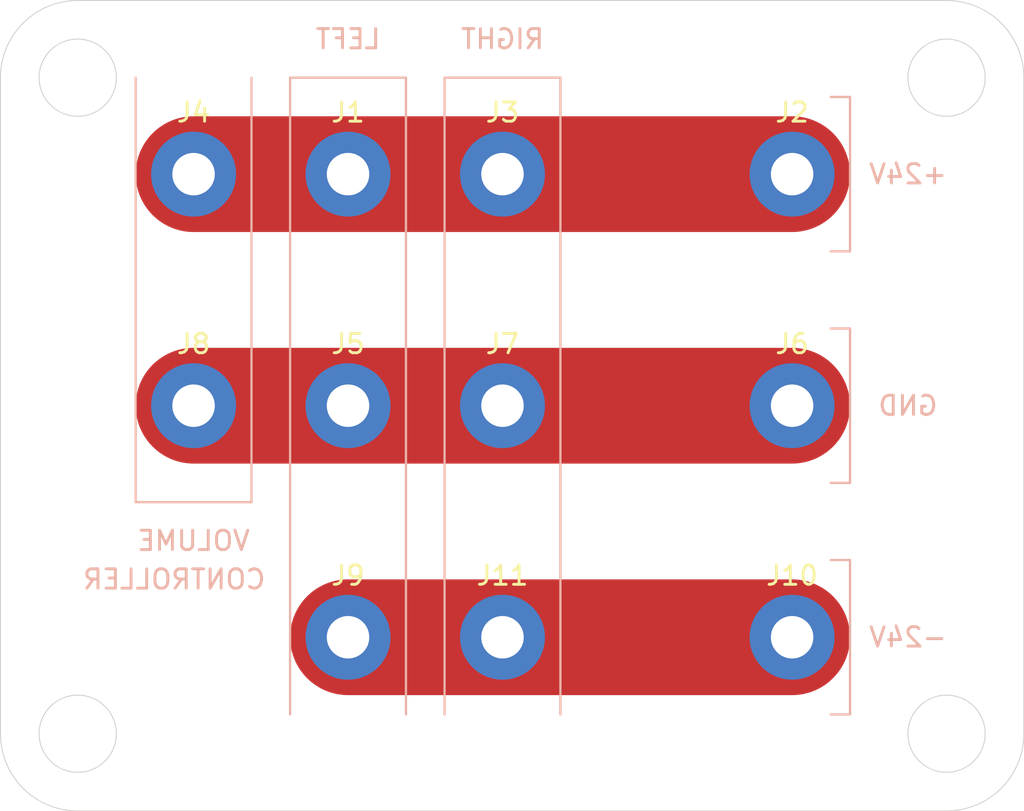
<source format=kicad_pcb>
(kicad_pcb (version 20171130) (host pcbnew 5.1.6-c6e7f7d~87~ubuntu18.04.1)

  (general
    (thickness 1.6)
    (drawings 37)
    (tracks 3)
    (zones 0)
    (modules 11)
    (nets 4)
  )

  (page A4)
  (layers
    (0 F.Cu signal)
    (31 B.Cu signal)
    (32 B.Adhes user)
    (33 F.Adhes user)
    (34 B.Paste user)
    (35 F.Paste user)
    (36 B.SilkS user)
    (37 F.SilkS user)
    (38 B.Mask user)
    (39 F.Mask user)
    (40 Dwgs.User user)
    (41 Cmts.User user)
    (42 Eco1.User user)
    (43 Eco2.User user)
    (44 Edge.Cuts user)
    (45 Margin user)
    (46 B.CrtYd user)
    (47 F.CrtYd user)
    (48 B.Fab user)
    (49 F.Fab user)
  )

  (setup
    (last_trace_width 6)
    (user_trace_width 6)
    (trace_clearance 0.2)
    (zone_clearance 0.508)
    (zone_45_only no)
    (trace_min 0.2)
    (via_size 0.8)
    (via_drill 0.4)
    (via_min_size 0.4)
    (via_min_drill 0.3)
    (uvia_size 0.3)
    (uvia_drill 0.1)
    (uvias_allowed no)
    (uvia_min_size 0.2)
    (uvia_min_drill 0.1)
    (edge_width 0.05)
    (segment_width 0.2)
    (pcb_text_width 0.3)
    (pcb_text_size 1.5 1.5)
    (mod_edge_width 0.12)
    (mod_text_size 1 1)
    (mod_text_width 0.15)
    (pad_size 1.524 1.524)
    (pad_drill 0.762)
    (pad_to_mask_clearance 0.05)
    (aux_axis_origin 0 0)
    (visible_elements FFFFFF7F)
    (pcbplotparams
      (layerselection 0x010fc_ffffffff)
      (usegerberextensions false)
      (usegerberattributes true)
      (usegerberadvancedattributes true)
      (creategerberjobfile true)
      (excludeedgelayer true)
      (linewidth 0.100000)
      (plotframeref false)
      (viasonmask false)
      (mode 1)
      (useauxorigin false)
      (hpglpennumber 1)
      (hpglpenspeed 20)
      (hpglpendiameter 15.000000)
      (psnegative false)
      (psa4output false)
      (plotreference true)
      (plotvalue true)
      (plotinvisibletext false)
      (padsonsilk false)
      (subtractmaskfromsilk false)
      (outputformat 1)
      (mirror false)
      (drillshape 0)
      (scaleselection 1)
      (outputdirectory "./"))
  )

  (net 0 "")
  (net 1 "Net-(J1-Pad1)")
  (net 2 "Net-(J5-Pad1)")
  (net 3 "Net-(J10-Pad1)")

  (net_class Default "This is the default net class."
    (clearance 0.2)
    (trace_width 0.25)
    (via_dia 0.8)
    (via_drill 0.4)
    (uvia_dia 0.3)
    (uvia_drill 0.1)
    (add_net "Net-(J1-Pad1)")
    (add_net "Net-(J10-Pad1)")
    (add_net "Net-(J5-Pad1)")
  )

  (module MountingHole:MountingHole_2.2mm_M2_Pad (layer F.Cu) (tedit 56D1B4CB) (tstamp 611B936F)
    (at 97 105)
    (descr "Mounting Hole 2.2mm, M2")
    (tags "mounting hole 2.2mm m2")
    (path /611B3D71)
    (attr virtual)
    (fp_text reference J1 (at 0 -3.2) (layer F.SilkS)
      (effects (font (size 1 1) (thickness 0.15)))
    )
    (fp_text value +24V_L (at 0 3.2) (layer F.Fab)
      (effects (font (size 1 1) (thickness 0.15)))
    )
    (fp_circle (center 0 0) (end 2.45 0) (layer F.CrtYd) (width 0.05))
    (fp_circle (center 0 0) (end 2.2 0) (layer Cmts.User) (width 0.15))
    (fp_text user %R (at 0.3 0) (layer F.Fab)
      (effects (font (size 1 1) (thickness 0.15)))
    )
    (pad 1 thru_hole circle (at 0 0) (size 4.4 4.4) (drill 2.2) (layers *.Cu *.Mask)
      (net 1 "Net-(J1-Pad1)"))
  )

  (module MountingHole:MountingHole_2.2mm_M2_Pad (layer F.Cu) (tedit 56D1B4CB) (tstamp 611B9377)
    (at 120 105)
    (descr "Mounting Hole 2.2mm, M2")
    (tags "mounting hole 2.2mm m2")
    (path /611B31F0)
    (attr virtual)
    (fp_text reference J2 (at 0 -3.2) (layer F.SilkS)
      (effects (font (size 1 1) (thickness 0.15)))
    )
    (fp_text value +24V_in (at 0 3.2) (layer F.Fab)
      (effects (font (size 1 1) (thickness 0.15)))
    )
    (fp_circle (center 0 0) (end 2.2 0) (layer Cmts.User) (width 0.15))
    (fp_circle (center 0 0) (end 2.45 0) (layer F.CrtYd) (width 0.05))
    (fp_text user %R (at 0.3 0) (layer F.Fab)
      (effects (font (size 1 1) (thickness 0.15)))
    )
    (pad 1 thru_hole circle (at 0 0) (size 4.4 4.4) (drill 2.2) (layers *.Cu *.Mask)
      (net 1 "Net-(J1-Pad1)"))
  )

  (module MountingHole:MountingHole_2.2mm_M2_Pad (layer F.Cu) (tedit 56D1B4CB) (tstamp 611B937F)
    (at 105 105)
    (descr "Mounting Hole 2.2mm, M2")
    (tags "mounting hole 2.2mm m2")
    (path /611B3A21)
    (attr virtual)
    (fp_text reference J3 (at 0 -3.2) (layer F.SilkS)
      (effects (font (size 1 1) (thickness 0.15)))
    )
    (fp_text value +24V_R (at 0 3.2) (layer F.Fab)
      (effects (font (size 1 1) (thickness 0.15)))
    )
    (fp_circle (center 0 0) (end 2.2 0) (layer Cmts.User) (width 0.15))
    (fp_circle (center 0 0) (end 2.45 0) (layer F.CrtYd) (width 0.05))
    (fp_text user %R (at 0.3 0) (layer F.Fab)
      (effects (font (size 1 1) (thickness 0.15)))
    )
    (pad 1 thru_hole circle (at 0 0) (size 4.4 4.4) (drill 2.2) (layers *.Cu *.Mask)
      (net 1 "Net-(J1-Pad1)"))
  )

  (module MountingHole:MountingHole_2.2mm_M2_Pad (layer F.Cu) (tedit 56D1B4CB) (tstamp 611B9387)
    (at 89 105)
    (descr "Mounting Hole 2.2mm, M2")
    (tags "mounting hole 2.2mm m2")
    (path /611B3FE9)
    (attr virtual)
    (fp_text reference J4 (at 0 -3.2) (layer F.SilkS)
      (effects (font (size 1 1) (thickness 0.15)))
    )
    (fp_text value +24V_vol (at 0 3.2) (layer F.Fab)
      (effects (font (size 1 1) (thickness 0.15)))
    )
    (fp_circle (center 0 0) (end 2.2 0) (layer Cmts.User) (width 0.15))
    (fp_circle (center 0 0) (end 2.45 0) (layer F.CrtYd) (width 0.05))
    (fp_text user %R (at 0.3 0) (layer F.Fab)
      (effects (font (size 1 1) (thickness 0.15)))
    )
    (pad 1 thru_hole circle (at 0 0) (size 4.4 4.4) (drill 2.2) (layers *.Cu *.Mask)
      (net 1 "Net-(J1-Pad1)"))
  )

  (module MountingHole:MountingHole_2.2mm_M2_Pad (layer F.Cu) (tedit 56D1B4CB) (tstamp 611B938F)
    (at 97 117)
    (descr "Mounting Hole 2.2mm, M2")
    (tags "mounting hole 2.2mm m2")
    (path /611B47BD)
    (attr virtual)
    (fp_text reference J5 (at 0 -3.2) (layer F.SilkS)
      (effects (font (size 1 1) (thickness 0.15)))
    )
    (fp_text value GND_L (at 0 3.2) (layer F.Fab)
      (effects (font (size 1 1) (thickness 0.15)))
    )
    (fp_circle (center 0 0) (end 2.45 0) (layer F.CrtYd) (width 0.05))
    (fp_circle (center 0 0) (end 2.2 0) (layer Cmts.User) (width 0.15))
    (fp_text user %R (at 0.3 0) (layer F.Fab)
      (effects (font (size 1 1) (thickness 0.15)))
    )
    (pad 1 thru_hole circle (at 0 0) (size 4.4 4.4) (drill 2.2) (layers *.Cu *.Mask)
      (net 2 "Net-(J5-Pad1)"))
  )

  (module MountingHole:MountingHole_2.2mm_M2_Pad (layer F.Cu) (tedit 56D1B4CB) (tstamp 611B9397)
    (at 120 117)
    (descr "Mounting Hole 2.2mm, M2")
    (tags "mounting hole 2.2mm m2")
    (path /611B47B1)
    (attr virtual)
    (fp_text reference J6 (at 0 -3.2) (layer F.SilkS)
      (effects (font (size 1 1) (thickness 0.15)))
    )
    (fp_text value GND_in (at 0 3.2) (layer F.Fab)
      (effects (font (size 1 1) (thickness 0.15)))
    )
    (fp_circle (center 0 0) (end 2.45 0) (layer F.CrtYd) (width 0.05))
    (fp_circle (center 0 0) (end 2.2 0) (layer Cmts.User) (width 0.15))
    (fp_text user %R (at 0.3 0) (layer F.Fab)
      (effects (font (size 1 1) (thickness 0.15)))
    )
    (pad 1 thru_hole circle (at 0 0) (size 4.4 4.4) (drill 2.2) (layers *.Cu *.Mask)
      (net 2 "Net-(J5-Pad1)"))
  )

  (module MountingHole:MountingHole_2.2mm_M2_Pad (layer F.Cu) (tedit 56D1B4CB) (tstamp 611B939F)
    (at 105 117)
    (descr "Mounting Hole 2.2mm, M2")
    (tags "mounting hole 2.2mm m2")
    (path /611B47B7)
    (attr virtual)
    (fp_text reference J7 (at 0 -3.2) (layer F.SilkS)
      (effects (font (size 1 1) (thickness 0.15)))
    )
    (fp_text value GND_R (at 0 3.2) (layer F.Fab)
      (effects (font (size 1 1) (thickness 0.15)))
    )
    (fp_circle (center 0 0) (end 2.2 0) (layer Cmts.User) (width 0.15))
    (fp_circle (center 0 0) (end 2.45 0) (layer F.CrtYd) (width 0.05))
    (fp_text user %R (at 0.3 0) (layer F.Fab)
      (effects (font (size 1 1) (thickness 0.15)))
    )
    (pad 1 thru_hole circle (at 0 0) (size 4.4 4.4) (drill 2.2) (layers *.Cu *.Mask)
      (net 2 "Net-(J5-Pad1)"))
  )

  (module MountingHole:MountingHole_2.2mm_M2_Pad (layer F.Cu) (tedit 56D1B4CB) (tstamp 611B93A7)
    (at 89 117)
    (descr "Mounting Hole 2.2mm, M2")
    (tags "mounting hole 2.2mm m2")
    (path /611B47C3)
    (attr virtual)
    (fp_text reference J8 (at 0 -3.2) (layer F.SilkS)
      (effects (font (size 1 1) (thickness 0.15)))
    )
    (fp_text value GND_vol (at 0 3.2) (layer F.Fab)
      (effects (font (size 1 1) (thickness 0.15)))
    )
    (fp_circle (center 0 0) (end 2.2 0) (layer Cmts.User) (width 0.15))
    (fp_circle (center 0 0) (end 2.45 0) (layer F.CrtYd) (width 0.05))
    (fp_text user %R (at 0.3 0) (layer F.Fab)
      (effects (font (size 1 1) (thickness 0.15)))
    )
    (pad 1 thru_hole circle (at 0 0) (size 4.4 4.4) (drill 2.2) (layers *.Cu *.Mask)
      (net 2 "Net-(J5-Pad1)"))
  )

  (module MountingHole:MountingHole_2.2mm_M2_Pad (layer F.Cu) (tedit 56D1B4CB) (tstamp 611B93AF)
    (at 97 129)
    (descr "Mounting Hole 2.2mm, M2")
    (tags "mounting hole 2.2mm m2")
    (path /611B5475)
    (attr virtual)
    (fp_text reference J9 (at 0 -3.2) (layer F.SilkS)
      (effects (font (size 1 1) (thickness 0.15)))
    )
    (fp_text value -24V_L (at 0 3.2) (layer F.Fab)
      (effects (font (size 1 1) (thickness 0.15)))
    )
    (fp_circle (center 0 0) (end 2.45 0) (layer F.CrtYd) (width 0.05))
    (fp_circle (center 0 0) (end 2.2 0) (layer Cmts.User) (width 0.15))
    (fp_text user %R (at 0.3 0) (layer F.Fab)
      (effects (font (size 1 1) (thickness 0.15)))
    )
    (pad 1 thru_hole circle (at 0 0) (size 4.4 4.4) (drill 2.2) (layers *.Cu *.Mask)
      (net 3 "Net-(J10-Pad1)"))
  )

  (module MountingHole:MountingHole_2.2mm_M2_Pad (layer F.Cu) (tedit 56D1B4CB) (tstamp 611B93B7)
    (at 120 129)
    (descr "Mounting Hole 2.2mm, M2")
    (tags "mounting hole 2.2mm m2")
    (path /611B5469)
    (attr virtual)
    (fp_text reference J10 (at 0 -3.2) (layer F.SilkS)
      (effects (font (size 1 1) (thickness 0.15)))
    )
    (fp_text value -24V_in (at 0 3.2) (layer F.Fab)
      (effects (font (size 1 1) (thickness 0.15)))
    )
    (fp_circle (center 0 0) (end 2.45 0) (layer F.CrtYd) (width 0.05))
    (fp_circle (center 0 0) (end 2.2 0) (layer Cmts.User) (width 0.15))
    (fp_text user %R (at 0.3 0) (layer F.Fab)
      (effects (font (size 1 1) (thickness 0.15)))
    )
    (pad 1 thru_hole circle (at 0 0) (size 4.4 4.4) (drill 2.2) (layers *.Cu *.Mask)
      (net 3 "Net-(J10-Pad1)"))
  )

  (module MountingHole:MountingHole_2.2mm_M2_Pad (layer F.Cu) (tedit 56D1B4CB) (tstamp 611B93BF)
    (at 105 129)
    (descr "Mounting Hole 2.2mm, M2")
    (tags "mounting hole 2.2mm m2")
    (path /611B546F)
    (attr virtual)
    (fp_text reference J11 (at 0 -3.2) (layer F.SilkS)
      (effects (font (size 1 1) (thickness 0.15)))
    )
    (fp_text value -24V_R (at 0 3.2) (layer F.Fab)
      (effects (font (size 1 1) (thickness 0.15)))
    )
    (fp_circle (center 0 0) (end 2.2 0) (layer Cmts.User) (width 0.15))
    (fp_circle (center 0 0) (end 2.45 0) (layer F.CrtYd) (width 0.05))
    (fp_text user %R (at 0.3 0) (layer F.Fab)
      (effects (font (size 1 1) (thickness 0.15)))
    )
    (pad 1 thru_hole circle (at 0 0) (size 4.4 4.4) (drill 2.2) (layers *.Cu *.Mask)
      (net 3 "Net-(J10-Pad1)"))
  )

  (gr_text -24V (at 126 129) (layer B.SilkS)
    (effects (font (size 1 1) (thickness 0.15)) (justify mirror))
  )
  (gr_text GND (at 126 117) (layer B.SilkS)
    (effects (font (size 1 1) (thickness 0.15)) (justify mirror))
  )
  (gr_text +24V (at 126 105) (layer B.SilkS)
    (effects (font (size 1 1) (thickness 0.15)) (justify mirror))
  )
  (gr_line (start 123 133) (end 122 133) (layer B.SilkS) (width 0.12))
  (gr_line (start 123 125) (end 123 133) (layer B.SilkS) (width 0.12))
  (gr_line (start 122 125) (end 123 125) (layer B.SilkS) (width 0.12))
  (gr_line (start 123 121) (end 122 121) (layer B.SilkS) (width 0.12))
  (gr_line (start 123 113) (end 123 121) (layer B.SilkS) (width 0.12))
  (gr_line (start 122 113) (end 123 113) (layer B.SilkS) (width 0.12))
  (gr_line (start 123 109) (end 122 109) (layer B.SilkS) (width 0.12))
  (gr_line (start 123 101) (end 123 109) (layer B.SilkS) (width 0.12))
  (gr_line (start 122 101) (end 123 101) (layer B.SilkS) (width 0.12))
  (gr_text CONTROLLER (at 88 126) (layer B.SilkS)
    (effects (font (size 1 1) (thickness 0.15)) (justify mirror))
  )
  (gr_text VOLUME (at 89 124) (layer B.SilkS)
    (effects (font (size 1 1) (thickness 0.15)) (justify mirror))
  )
  (gr_text LEFT (at 97 98) (layer B.SilkS)
    (effects (font (size 1 1) (thickness 0.15)) (justify mirror))
  )
  (gr_text RIGHT (at 105 98) (layer B.SilkS)
    (effects (font (size 1 1) (thickness 0.15)) (justify mirror))
  )
  (gr_line (start 86 122) (end 86 100) (layer B.SilkS) (width 0.12))
  (gr_line (start 92 122) (end 86 122) (layer B.SilkS) (width 0.12))
  (gr_line (start 92 100) (end 92 122) (layer B.SilkS) (width 0.12))
  (gr_line (start 94 100) (end 94 133) (layer B.SilkS) (width 0.12))
  (gr_line (start 100 100) (end 94 100) (layer B.SilkS) (width 0.12))
  (gr_line (start 100 133) (end 100 100) (layer B.SilkS) (width 0.12))
  (gr_line (start 102 100) (end 102 133) (layer B.SilkS) (width 0.12))
  (gr_line (start 108 100) (end 108 133) (layer B.SilkS) (width 0.12))
  (gr_line (start 102 100) (end 108 100) (layer B.SilkS) (width 0.12))
  (gr_circle (center 83 100) (end 83 102) (layer Edge.Cuts) (width 0.05) (tstamp 611C6F80))
  (gr_circle (center 83 134) (end 83 136) (layer Edge.Cuts) (width 0.05) (tstamp 611C6F80))
  (gr_circle (center 128 134) (end 128 136) (layer Edge.Cuts) (width 0.05) (tstamp 611C6F80))
  (gr_circle (center 128 100) (end 128 102) (layer Edge.Cuts) (width 0.05))
  (gr_line (start 128 96) (end 83 96) (layer Edge.Cuts) (width 0.05) (tstamp 611C6F67))
  (gr_line (start 79 134) (end 79 100) (layer Edge.Cuts) (width 0.05))
  (gr_line (start 128 138) (end 83 138) (layer Edge.Cuts) (width 0.05))
  (gr_line (start 132 100) (end 132 134) (layer Edge.Cuts) (width 0.05) (tstamp 611C6F3C))
  (gr_arc (start 128 100) (end 132 100) (angle -90) (layer Edge.Cuts) (width 0.05) (tstamp 611C6ED0))
  (gr_arc (start 128 134) (end 128 138) (angle -90) (layer Edge.Cuts) (width 0.05) (tstamp 611C6ED0))
  (gr_arc (start 83 134) (end 79 134) (angle -90) (layer Edge.Cuts) (width 0.05) (tstamp 611C6ED0))
  (gr_arc (start 83 100) (end 83 96) (angle -90) (layer Edge.Cuts) (width 0.05) (tstamp 611C6ED0))

  (segment (start 120 105) (end 89 105) (width 6) (layer F.Cu) (net 1))
  (segment (start 120 117) (end 89 117) (width 6) (layer F.Cu) (net 2))
  (segment (start 120 129) (end 97 129) (width 6) (layer F.Cu) (net 3))

)

</source>
